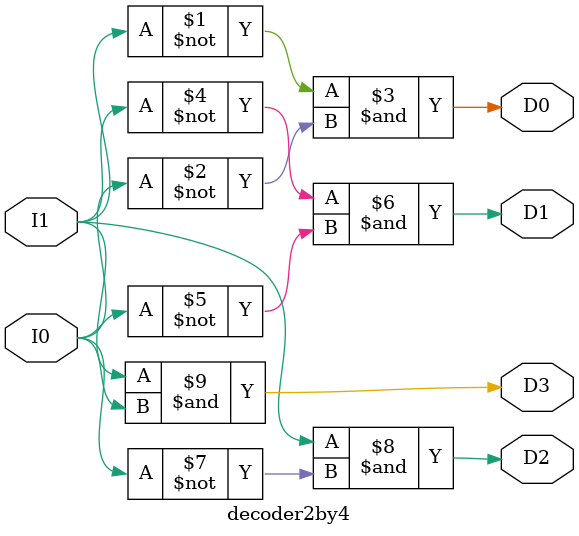
<source format=v>
module decoder2by4(input I0, I1, output D0, D1, D2, D3);
and (D0, ~I1, ~I0);
and (D1, ~I1, ~I0);
and (D2, I1, ~I0);
and (D3, I1, I0);
endmodule
//Sondos Aabed 1190652
</source>
